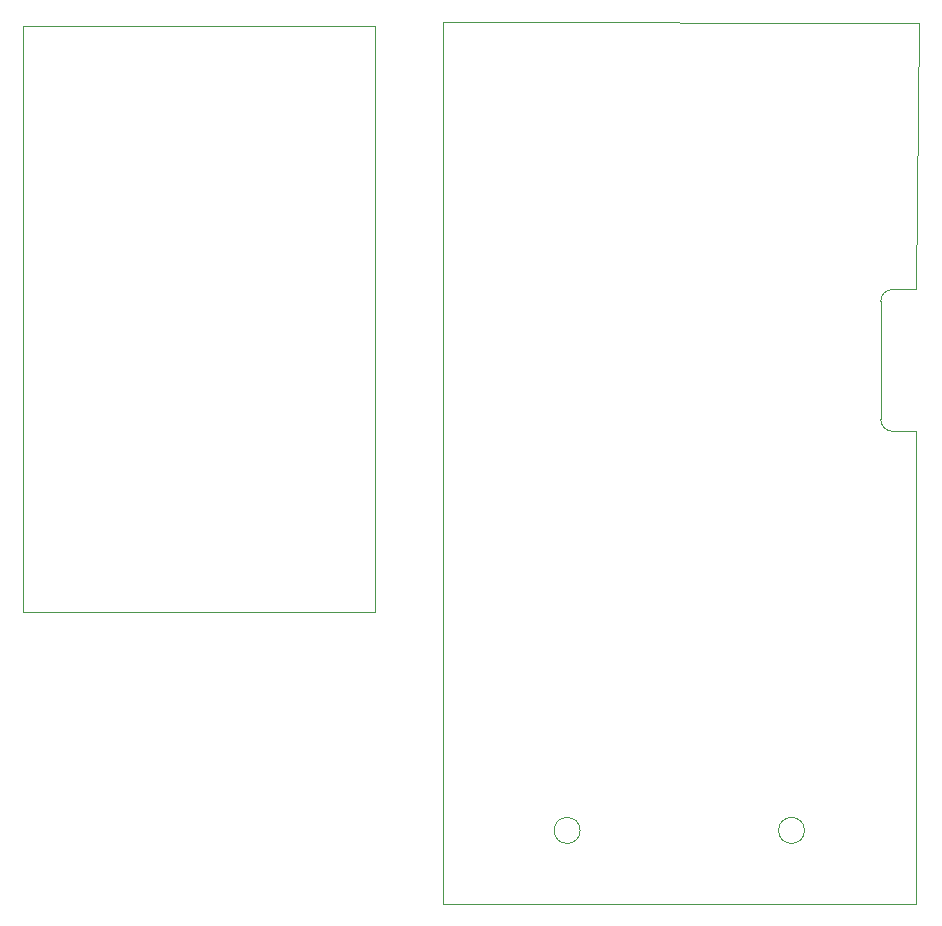
<source format=gbr>
%TF.GenerationSoftware,KiCad,Pcbnew,8.0.8-unknown-202501170223~559b1827ca~ubuntu24.04.1*%
%TF.CreationDate,2025-02-03T18:23:23-05:00*%
%TF.ProjectId,delivery-box-reporter-lora,64656c69-7665-4727-992d-626f782d7265,rev?*%
%TF.SameCoordinates,Original*%
%TF.FileFunction,Profile,NP*%
%FSLAX46Y46*%
G04 Gerber Fmt 4.6, Leading zero omitted, Abs format (unit mm)*
G04 Created by KiCad (PCBNEW 8.0.8-unknown-202501170223~559b1827ca~ubuntu24.04.1) date 2025-02-03 18:23:23*
%MOMM*%
%LPD*%
G01*
G04 APERTURE LIST*
%TA.AperFunction,Profile*%
%ADD10C,0.050000*%
%TD*%
G04 APERTURE END LIST*
D10*
X122800000Y-56275000D02*
X122800000Y-55275000D01*
X162800000Y-129900000D02*
X122800000Y-129900000D01*
X87210000Y-105240000D02*
X87210000Y-55610000D01*
X163100000Y-55300000D02*
X162800000Y-77900000D01*
X122800000Y-55275000D02*
X163100000Y-55300000D01*
X117065000Y-55610000D02*
X117065000Y-105240000D01*
X160850000Y-89900000D02*
G75*
G02*
X159850000Y-88900000I0J1000000D01*
G01*
X159850000Y-78900000D02*
X159850000Y-88900000D01*
X162800000Y-89900000D02*
X162800000Y-129900000D01*
X122800000Y-129900000D02*
X122800000Y-104910000D01*
X159850000Y-78900000D02*
G75*
G02*
X160850000Y-77900000I1000000J0D01*
G01*
X122800000Y-104910000D02*
X122800000Y-56275000D01*
X134400000Y-123700000D02*
G75*
G02*
X132200000Y-123700000I-1100000J0D01*
G01*
X132200000Y-123700000D02*
G75*
G02*
X134400000Y-123700000I1100000J0D01*
G01*
X162800000Y-89900000D02*
X160850000Y-89900000D01*
X162800000Y-77900000D02*
X160850000Y-77900000D01*
X87210000Y-55610000D02*
X117065000Y-55610000D01*
X153400000Y-123700000D02*
G75*
G02*
X151200000Y-123700000I-1100000J0D01*
G01*
X151200000Y-123700000D02*
G75*
G02*
X153400000Y-123700000I1100000J0D01*
G01*
X117065000Y-105240000D02*
X87210000Y-105240000D01*
M02*

</source>
